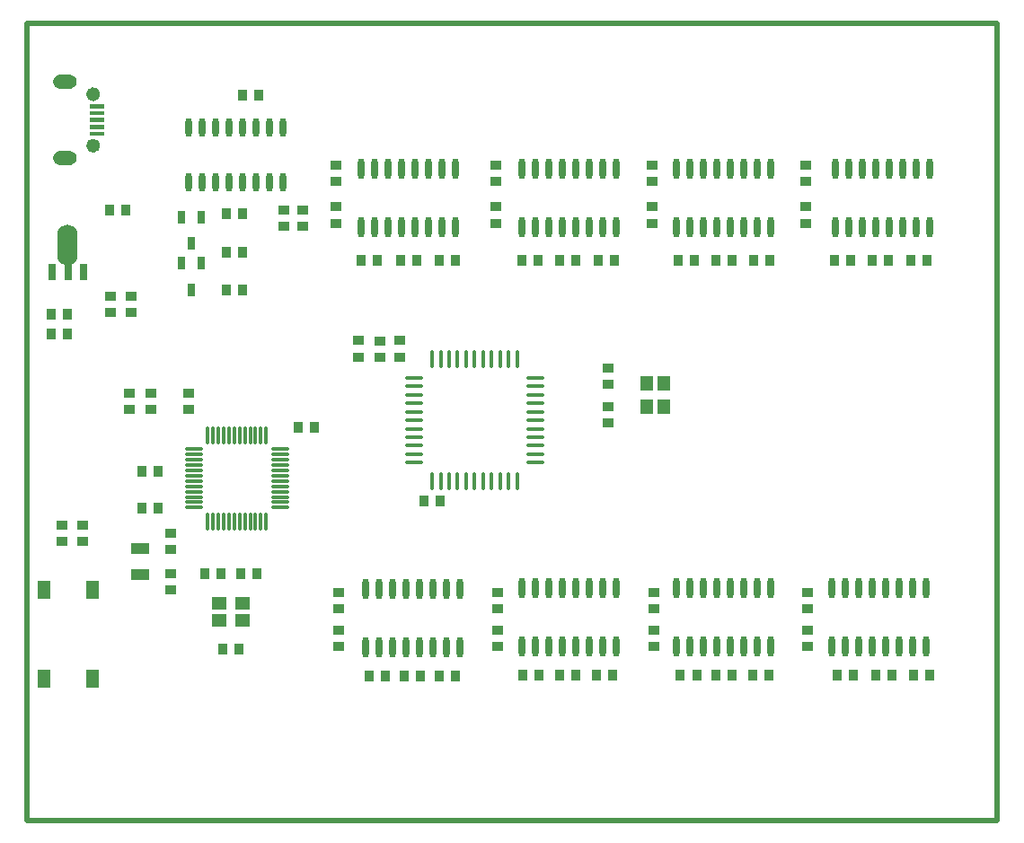
<source format=gtp>
G04*
G04 #@! TF.GenerationSoftware,Altium Limited,Altium Designer,18.1.9 (240)*
G04*
G04 Layer_Color=8421504*
%FSLAX24Y24*%
%MOIN*%
G70*
G01*
G75*
%ADD20C,0.0200*%
%ADD21C,0.0256*%
%ADD22R,0.0386X0.0366*%
%ADD23R,0.0453X0.0551*%
%ADD24R,0.0366X0.0386*%
%ADD25R,0.0265X0.0620*%
G04:AMPARAMS|DCode=26|XSize=150mil|YSize=75mil|CornerRadius=33.8mil|HoleSize=0mil|Usage=FLASHONLY|Rotation=270.000|XOffset=0mil|YOffset=0mil|HoleType=Round|Shape=RoundedRectangle|*
%AMROUNDEDRECTD26*
21,1,0.1500,0.0075,0,0,270.0*
21,1,0.0825,0.0750,0,0,270.0*
1,1,0.0675,-0.0038,-0.0413*
1,1,0.0675,-0.0038,0.0413*
1,1,0.0675,0.0038,0.0413*
1,1,0.0675,0.0038,-0.0413*
%
%ADD26ROUNDEDRECTD26*%
%ADD27R,0.0551X0.0157*%
%ADD28O,0.0236X0.0709*%
%ADD29R,0.0709X0.0394*%
%ADD30R,0.0551X0.0453*%
%ADD31R,0.0512X0.0709*%
%ADD32O,0.0237X0.0776*%
%ADD33O,0.0657X0.0165*%
%ADD34O,0.0165X0.0657*%
%ADD35O,0.0118X0.0709*%
%ADD36O,0.0709X0.0118*%
%ADD37R,0.0276X0.0492*%
G36*
X1578Y24839D02*
X1612D01*
X1677Y24821D01*
X1735Y24787D01*
X1783Y24740D01*
X1817Y24681D01*
X1834Y24616D01*
Y24549D01*
X1817Y24484D01*
X1783Y24426D01*
X1735Y24378D01*
X1677Y24344D01*
X1612Y24327D01*
X1578D01*
D01*
D01*
X1224D01*
X1190D01*
X1125Y24344D01*
X1067Y24378D01*
X1019Y24426D01*
X985Y24484D01*
X968Y24549D01*
Y24616D01*
X985Y24681D01*
X1019Y24740D01*
X1067Y24787D01*
X1125Y24821D01*
X1190Y24839D01*
X1224D01*
D01*
X1578D01*
D01*
D02*
G37*
G36*
X2874Y25665D02*
Y25823D01*
X2402D01*
X2323Y25823D01*
Y25665D01*
X2417D01*
X2874D01*
D02*
G37*
G36*
X2875Y25409D02*
Y25567D01*
X2402D01*
X2323Y25567D01*
Y25409D01*
X2417D01*
X2875D01*
D02*
G37*
G36*
X1578Y27673D02*
X1612D01*
X1677Y27656D01*
X1735Y27622D01*
X1783Y27574D01*
X1817Y27516D01*
X1834Y27451D01*
Y27384D01*
X1817Y27319D01*
X1783Y27260D01*
X1735Y27213D01*
X1677Y27179D01*
X1612Y27161D01*
X1578D01*
D01*
X1224D01*
X1190D01*
X1125Y27179D01*
X1067Y27213D01*
X1019Y27260D01*
X985Y27319D01*
X968Y27384D01*
Y27451D01*
X985Y27516D01*
X1019Y27574D01*
X1067Y27622D01*
X1125Y27656D01*
X1190Y27673D01*
X1224D01*
D01*
D01*
X1578D01*
D01*
D02*
G37*
G36*
X2875Y26433D02*
Y26591D01*
X2402D01*
X2323Y26591D01*
Y26433D01*
X2417D01*
X2875D01*
D02*
G37*
G36*
Y25921D02*
Y26079D01*
X2402D01*
X2323Y26079D01*
Y25921D01*
X2417D01*
X2875D01*
D02*
G37*
G36*
Y26177D02*
Y26335D01*
X2402D01*
X2323Y26335D01*
Y26177D01*
X2417D01*
X2875D01*
D02*
G37*
D20*
X0Y29600D02*
X36000D01*
Y0D02*
Y29600D01*
X0Y0D02*
X36000D01*
X0Y50D02*
Y29600D01*
Y50D02*
X50Y0D01*
D21*
X2580Y25045D02*
G03*
X2580Y25045I-128J0D01*
G01*
Y26955D02*
G03*
X2580Y26955I-128J0D01*
G01*
D22*
X12300Y17805D02*
D03*
Y17199D02*
D03*
X3800Y15247D02*
D03*
Y15853D02*
D03*
X21550Y16803D02*
D03*
Y16197D02*
D03*
Y14747D02*
D03*
Y15353D02*
D03*
X13835Y17199D02*
D03*
Y17805D02*
D03*
X13085Y17804D02*
D03*
Y17198D02*
D03*
X3862Y18847D02*
D03*
Y19453D02*
D03*
X3079Y18847D02*
D03*
Y19453D02*
D03*
X2050Y10953D02*
D03*
Y10347D02*
D03*
X1300Y10964D02*
D03*
Y10357D02*
D03*
X4600Y15247D02*
D03*
Y15853D02*
D03*
X28948Y7864D02*
D03*
Y8471D02*
D03*
Y7053D02*
D03*
Y6447D02*
D03*
X23248Y7864D02*
D03*
Y8471D02*
D03*
Y7053D02*
D03*
Y6447D02*
D03*
X17448Y7053D02*
D03*
Y6447D02*
D03*
Y7864D02*
D03*
Y8471D02*
D03*
X11548Y7053D02*
D03*
Y6447D02*
D03*
X6000Y15247D02*
D03*
Y15853D02*
D03*
X11548Y8471D02*
D03*
Y7864D02*
D03*
X17400Y22171D02*
D03*
Y22777D02*
D03*
Y24327D02*
D03*
Y23721D02*
D03*
X11450Y24327D02*
D03*
Y23721D02*
D03*
X28900D02*
D03*
Y24327D02*
D03*
X23200Y22777D02*
D03*
Y22171D02*
D03*
Y23721D02*
D03*
Y24327D02*
D03*
X28900Y22777D02*
D03*
Y22171D02*
D03*
X11450Y22777D02*
D03*
Y22171D02*
D03*
X10235Y22041D02*
D03*
Y22647D02*
D03*
X9535D02*
D03*
Y22041D02*
D03*
X5319Y8554D02*
D03*
Y9160D02*
D03*
Y10660D02*
D03*
Y10054D02*
D03*
D23*
X22985Y16233D02*
D03*
X23615Y15367D02*
D03*
X22985D02*
D03*
X23615Y16233D02*
D03*
D24*
X14730Y11850D02*
D03*
X15336D02*
D03*
X897Y18050D02*
D03*
X1503D02*
D03*
X897Y18800D02*
D03*
X1503D02*
D03*
X15901Y5350D02*
D03*
X15295D02*
D03*
X14601D02*
D03*
X13995D02*
D03*
X13301D02*
D03*
X12695D02*
D03*
X8537Y9141D02*
D03*
X7931D02*
D03*
X4856Y11591D02*
D03*
X4250D02*
D03*
X10653Y14600D02*
D03*
X10047D02*
D03*
X20364Y5393D02*
D03*
X19757D02*
D03*
X21721D02*
D03*
X21114D02*
D03*
X19001D02*
D03*
X18395D02*
D03*
X26151D02*
D03*
X25545D02*
D03*
X24848D02*
D03*
X24242D02*
D03*
X27520D02*
D03*
X26913D02*
D03*
X32101D02*
D03*
X31495D02*
D03*
X30651D02*
D03*
X30045D02*
D03*
X33501D02*
D03*
X32895D02*
D03*
X33403Y20774D02*
D03*
X32797D02*
D03*
X31953D02*
D03*
X31347D02*
D03*
X26175D02*
D03*
X25569D02*
D03*
X4856Y12944D02*
D03*
X4250D02*
D03*
X3047Y22650D02*
D03*
X3653D02*
D03*
X7997Y26925D02*
D03*
X8603D02*
D03*
X19747Y20774D02*
D03*
X20353D02*
D03*
X29947D02*
D03*
X30553D02*
D03*
X26969D02*
D03*
X27575D02*
D03*
X24169D02*
D03*
X24775D02*
D03*
X15297D02*
D03*
X15903D02*
D03*
X18347D02*
D03*
X18953D02*
D03*
X21191D02*
D03*
X21797D02*
D03*
X13847D02*
D03*
X14453D02*
D03*
X12397D02*
D03*
X13003D02*
D03*
X7987Y21091D02*
D03*
X7381D02*
D03*
X7381Y19698D02*
D03*
X7987D02*
D03*
X7987Y22514D02*
D03*
X7381D02*
D03*
X7203Y9141D02*
D03*
X6597D02*
D03*
X7856Y6341D02*
D03*
X7250D02*
D03*
D25*
X1517Y20370D02*
D03*
X2104D02*
D03*
X923D02*
D03*
D26*
X1503Y21344D02*
D03*
D27*
X2599Y26512D02*
D03*
Y26256D02*
D03*
Y26000D02*
D03*
Y25744D02*
D03*
Y25488D02*
D03*
D28*
X9487Y25738D02*
D03*
X8987D02*
D03*
X8487D02*
D03*
X7987D02*
D03*
X7487D02*
D03*
X6987D02*
D03*
X6487D02*
D03*
X5987D02*
D03*
X9487Y23691D02*
D03*
X8987D02*
D03*
X8487D02*
D03*
X7987D02*
D03*
X7487D02*
D03*
X6987D02*
D03*
X6487D02*
D03*
X5987D02*
D03*
D29*
X4200Y9108D02*
D03*
Y10092D02*
D03*
D30*
X7986Y7429D02*
D03*
X7120Y8059D02*
D03*
Y7429D02*
D03*
X7986Y8059D02*
D03*
D31*
X642Y8553D02*
D03*
X2413Y5247D02*
D03*
X642D02*
D03*
X2413Y8553D02*
D03*
D32*
X33348Y8617D02*
D03*
X32848D02*
D03*
X32348D02*
D03*
X31848D02*
D03*
X31348D02*
D03*
X30848D02*
D03*
X30348D02*
D03*
X29848D02*
D03*
X33348Y6463D02*
D03*
X32848D02*
D03*
X32348D02*
D03*
X31848D02*
D03*
X31348D02*
D03*
X30848D02*
D03*
X30348D02*
D03*
X29848D02*
D03*
X27595Y8617D02*
D03*
X27095D02*
D03*
X26595D02*
D03*
X26095D02*
D03*
X25595D02*
D03*
X25095D02*
D03*
X24595D02*
D03*
X24095D02*
D03*
X27595Y6463D02*
D03*
X27095D02*
D03*
X26595D02*
D03*
X26095D02*
D03*
X25595D02*
D03*
X25095D02*
D03*
X24595D02*
D03*
X24095D02*
D03*
X21846Y8617D02*
D03*
X21346D02*
D03*
X20846D02*
D03*
X20346D02*
D03*
X19846D02*
D03*
X19346D02*
D03*
X18846D02*
D03*
X18346D02*
D03*
X21846Y6463D02*
D03*
X21346D02*
D03*
X20846D02*
D03*
X20346D02*
D03*
X19846D02*
D03*
X19346D02*
D03*
X18846D02*
D03*
X18346D02*
D03*
X16045Y8592D02*
D03*
X15545D02*
D03*
X15045D02*
D03*
X14545D02*
D03*
X14045D02*
D03*
X13545D02*
D03*
X13045D02*
D03*
X12545D02*
D03*
X16045Y6438D02*
D03*
X15545D02*
D03*
X15045D02*
D03*
X14545D02*
D03*
X14045D02*
D03*
X13545D02*
D03*
X13045D02*
D03*
X12545D02*
D03*
X33501Y24176D02*
D03*
X33001D02*
D03*
X32501D02*
D03*
X32001D02*
D03*
X31501D02*
D03*
X31001D02*
D03*
X30501D02*
D03*
X30001D02*
D03*
X33501Y22022D02*
D03*
X33001D02*
D03*
X32501D02*
D03*
X32001D02*
D03*
X31501D02*
D03*
X31001D02*
D03*
X30501D02*
D03*
X30001D02*
D03*
X27597Y24176D02*
D03*
X27097D02*
D03*
X26597D02*
D03*
X26097D02*
D03*
X25597D02*
D03*
X25097D02*
D03*
X24597D02*
D03*
X24097D02*
D03*
X27597Y22022D02*
D03*
X27097D02*
D03*
X26597D02*
D03*
X26097D02*
D03*
X25597D02*
D03*
X25097D02*
D03*
X24597D02*
D03*
X24097D02*
D03*
X15900Y24176D02*
D03*
X15400D02*
D03*
X14900D02*
D03*
X14400D02*
D03*
X13900D02*
D03*
X13400D02*
D03*
X12900D02*
D03*
X12400D02*
D03*
X15900Y22022D02*
D03*
X15400D02*
D03*
X14900D02*
D03*
X14400D02*
D03*
X13900D02*
D03*
X13400D02*
D03*
X12900D02*
D03*
X12400D02*
D03*
X21848Y24176D02*
D03*
X21348D02*
D03*
X20848D02*
D03*
X20348D02*
D03*
X19848D02*
D03*
X19348D02*
D03*
X18848D02*
D03*
X18348D02*
D03*
X21848Y22022D02*
D03*
X21348D02*
D03*
X20848D02*
D03*
X20348D02*
D03*
X19848D02*
D03*
X19348D02*
D03*
X18848D02*
D03*
X18348D02*
D03*
D33*
X14350Y13275D02*
D03*
Y13590D02*
D03*
Y13905D02*
D03*
Y14220D02*
D03*
Y14535D02*
D03*
Y14850D02*
D03*
Y15165D02*
D03*
Y15480D02*
D03*
Y15795D02*
D03*
Y16110D02*
D03*
Y16425D02*
D03*
X18866D02*
D03*
Y16110D02*
D03*
Y15795D02*
D03*
Y15480D02*
D03*
Y15165D02*
D03*
Y14850D02*
D03*
Y14535D02*
D03*
Y14220D02*
D03*
Y13905D02*
D03*
Y13590D02*
D03*
Y13275D02*
D03*
D34*
X15033Y17108D02*
D03*
X15348D02*
D03*
X15663D02*
D03*
X15978D02*
D03*
X16293D02*
D03*
X16608D02*
D03*
X16923D02*
D03*
X17238D02*
D03*
X17553D02*
D03*
X17868D02*
D03*
X18183D02*
D03*
Y12592D02*
D03*
X17868D02*
D03*
X17553D02*
D03*
X17238D02*
D03*
X16923D02*
D03*
X16608D02*
D03*
X16293D02*
D03*
X15978D02*
D03*
X15663D02*
D03*
X15348D02*
D03*
X15033D02*
D03*
D35*
X6704Y11096D02*
D03*
X6901D02*
D03*
X7098D02*
D03*
X7295D02*
D03*
X7492D02*
D03*
X7689D02*
D03*
X7886D02*
D03*
X8082D02*
D03*
X8279D02*
D03*
X8476D02*
D03*
X8673D02*
D03*
X8870D02*
D03*
Y14285D02*
D03*
X8673D02*
D03*
X8476D02*
D03*
X8279D02*
D03*
X8082D02*
D03*
X7886D02*
D03*
X7689D02*
D03*
X7492D02*
D03*
X7295D02*
D03*
X7098D02*
D03*
X6901D02*
D03*
X6704D02*
D03*
D36*
X9382Y11608D02*
D03*
Y11805D02*
D03*
Y12002D02*
D03*
Y12198D02*
D03*
Y12395D02*
D03*
Y12592D02*
D03*
Y12789D02*
D03*
Y12986D02*
D03*
Y13183D02*
D03*
Y13380D02*
D03*
Y13576D02*
D03*
Y13773D02*
D03*
X6193D02*
D03*
Y13576D02*
D03*
Y13380D02*
D03*
Y13183D02*
D03*
Y12986D02*
D03*
Y12789D02*
D03*
Y12592D02*
D03*
Y12395D02*
D03*
Y12198D02*
D03*
Y12002D02*
D03*
Y11805D02*
D03*
Y11608D02*
D03*
D37*
X6461Y22397D02*
D03*
X5713D02*
D03*
X6087Y21413D02*
D03*
X6461Y20683D02*
D03*
X5713D02*
D03*
X6087Y19698D02*
D03*
M02*

</source>
